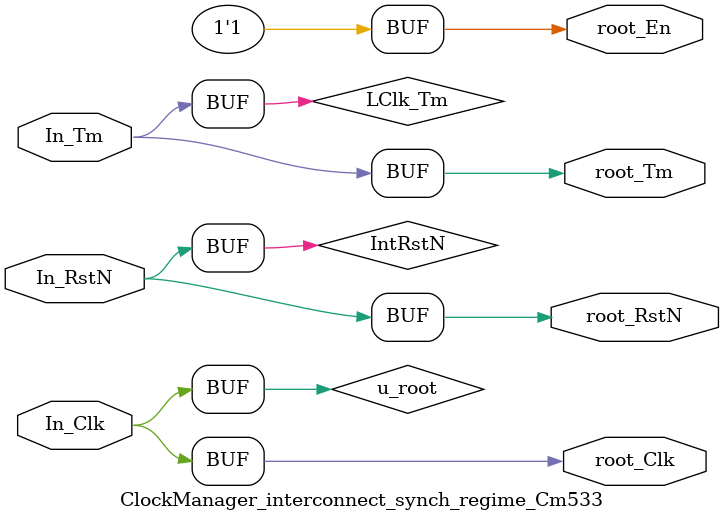
<source format=v>



// Generated by FlexNoC
// Tool Version 4.7.0
// Platform     centos:7
// Date         Tue Sep 13 13:44:24 2022


// FlexNoC version    : 4.7.0
// PDD File           : /home/aptashko/GEMINI/design/ip/FlexNoC/rsnoc_arch_edit.pdd
// Exported Structure : /Specification.Architecture.Structure
// ExportOption       : /verilog

`timescale 1ps/1ps
module ClockManager_fpga_regime_m0_Cm ( In_Clk , In_RstN , In_Tm , root_Clk , root_En , root_RstN , root_Tm );
	input   In_Clk    ;
	input   In_RstN   ;
	input   In_Tm     ;
	output  root_Clk  ;
	output  root_En   ;
	output  root_RstN ;
	output  root_Tm   ;
	wire  u_root  ;
	wire  IntRstN ;
	wire  LClk_Tm ;
	assign u_root = In_Clk;
	assign root_Clk = u_root;
	assign root_En = 1'b1;
	assign IntRstN = In_RstN;
	assign root_RstN = IntRstN;
	assign LClk_Tm = In_Tm;
	assign root_Tm = LClk_Tm;
endmodule



// FlexNoC version    : 4.7.0
// PDD File           : /home/aptashko/GEMINI/design/ip/FlexNoC/rsnoc_arch_edit.pdd
// Exported Structure : /Specification.Architecture.Structure
// ExportOption       : /verilog

`timescale 1ps/1ps
module ClockManager_fpga_regime_m1_Cm ( In_Clk , In_RstN , In_Tm , root_Clk , root_En , root_RstN , root_Tm );
	input   In_Clk    ;
	input   In_RstN   ;
	input   In_Tm     ;
	output  root_Clk  ;
	output  root_En   ;
	output  root_RstN ;
	output  root_Tm   ;
	wire  u_root  ;
	wire  IntRstN ;
	wire  LClk_Tm ;
	assign u_root = In_Clk;
	assign root_Clk = u_root;
	assign root_En = 1'b1;
	assign IntRstN = In_RstN;
	assign root_RstN = IntRstN;
	assign LClk_Tm = In_Tm;
	assign root_Tm = LClk_Tm;
endmodule



// FlexNoC version    : 4.7.0
// PDD File           : /home/aptashko/GEMINI/design/ip/FlexNoC/rsnoc_arch_edit.pdd
// Exported Structure : /Specification.Architecture.Structure
// ExportOption       : /verilog

`timescale 1ps/1ps
module ClockManager_fpga_regime_s0_Cm ( In_Clk , In_RstN , In_Tm , root_Clk , root_En , root_RstN , root_Tm );
	input   In_Clk    ;
	input   In_RstN   ;
	input   In_Tm     ;
	output  root_Clk  ;
	output  root_En   ;
	output  root_RstN ;
	output  root_Tm   ;
	wire  u_root  ;
	wire  IntRstN ;
	wire  LClk_Tm ;
	assign u_root = In_Clk;
	assign root_Clk = u_root;
	assign root_En = 1'b1;
	assign IntRstN = In_RstN;
	assign root_RstN = IntRstN;
	assign LClk_Tm = In_Tm;
	assign root_Tm = LClk_Tm;
endmodule



// FlexNoC version    : 4.7.0
// PDD File           : /home/aptashko/GEMINI/design/ip/FlexNoC/rsnoc_arch_edit.pdd
// Exported Structure : /Specification.Architecture.Structure
// ExportOption       : /verilog

`timescale 1ps/1ps
module ClockManager_interconnect_synch_regime_Cm133 ( In_Clk , In_RstN , In_Tm , In_root_Clk , root_Clk , root_En , root_RstN , root_Tm );
	input   In_Clk      ;
	input   In_RstN     ;
	input   In_Tm       ;
	input   In_root_Clk ;
	output  root_Clk    ;
	output  root_En     ;
	output  root_RstN   ;
	output  root_Tm     ;
	wire       u_root     ;
	reg  [2:0] uCnt_root  ;
	wire       uEn_root   ;
	reg        uTog0_root ;
	reg        uTog1_root ;
	wire       u_17       ;
	wire       u_17_RstN  ;
	wire       IntRstN    ;
	wire       LClk       ;
	wire       LClk_RstN  ;
	wire       LClk_Tm    ;
	reg        dontStop   ;
	assign u_root = In_root_Clk;
	assign root_Clk = u_root;
	assign LClk = In_Clk;
	assign IntRstN = In_RstN;
	assign LClk_RstN = IntRstN;
	assign uEn_root = uCnt_root == 3'b0;
	assign root_En = uEn_root;
	always @( posedge LClk or negedge LClk_RstN )
		if ( ! LClk_RstN )
			uCnt_root <= #1.0 ( 3'b011 );
		else	uCnt_root <= #1.0 ( ( uEn_root ? 3'b100 : uCnt_root ) - 3'b001 );
	assign root_RstN = IntRstN;
	assign LClk_Tm = In_Tm;
	assign root_Tm = LClk_Tm;
	assign u_17 = u_root;
	assign u_17_RstN = IntRstN;
		always @( posedge LClk or negedge LClk_RstN )
			if ( ! LClk_RstN )
				uTog0_root <= #1.0 ( 1'b0 );
			else if ( uEn_root )
				uTog0_root <= #1.0 ( ~ uTog0_root );
		always @( posedge u_17 or negedge u_17_RstN )
			if ( ! u_17_RstN )
				uTog1_root <= #1.0 ( 1'b0 );
			else	uTog1_root <= #1.0 ( ~ uTog1_root );
	// synopsys translate_off
	// synthesis translate_off
	always @( posedge u_17 )
		if ( u_17 == 1'b1 )
			if ( ~ ( ~ u_17_RstN ) & 1'b1 & ( ( uTog0_root ^ uTog1_root ) ) !== 1'b0 ) begin
				dontStop = 0;
				if ($value$plusargs("dontStopOnSimulError=%0b",dontStop)) ;
				if (!dontStop) begin
					$display("On instance %m :");
					$display( "SimulError: at %0t : %s" , $realtime , "The input divided clock In_root_Clk does not have a 4 ratio with the In_Clk, or the In_RstN is not synchronous with the In_root_Clk." );
					$stop;
				end
			end
	// synthesis translate_on
	// synopsys translate_on
	// synopsys translate_off
	// synthesis translate_off
	always @( posedge LClk )
		if ( LClk == 1'b1 )
			if ( ~ ( ~ LClk_RstN ) & 1'b1 & ( ( uTog0_root ^ uTog1_root ) ) !== 1'b0 ) begin
				dontStop = 0;
				if ($value$plusargs("dontStopOnSimulError=%0b",dontStop)) ;
				if (!dontStop) begin
					$display("On instance %m :");
					$display( "SimulError: at %0t : %s" , $realtime , "The input divided clock In_root_Clk does not have a 4 ratio with the In_Clk, or the In_RstN is not synchronous with the In_root_Clk." );
					$stop;
				end
			end
	// synthesis translate_on
	// synopsys translate_on
	endmodule



// FlexNoC version    : 4.7.0
// PDD File           : /home/aptashko/GEMINI/design/ip/FlexNoC/rsnoc_arch_edit.pdd
// Exported Structure : /Specification.Architecture.Structure
// ExportOption       : /verilog

`timescale 1ps/1ps
module ClockManager_interconnect_synch_regime_Cm266 ( In_Clk , In_RstN , In_Tm , In_root_Clk , root_Clk , root_En , root_RstN , root_Tm );
	input   In_Clk      ;
	input   In_RstN     ;
	input   In_Tm       ;
	input   In_root_Clk ;
	output  root_Clk    ;
	output  root_En     ;
	output  root_RstN   ;
	output  root_Tm     ;
	wire       u_root     ;
	reg  [1:0] uCnt_root  ;
	wire       uEn_root   ;
	reg        uTog0_root ;
	reg        uTog1_root ;
	wire       u_17       ;
	wire       u_17_RstN  ;
	wire       IntRstN    ;
	wire       LClk       ;
	wire       LClk_RstN  ;
	wire       LClk_Tm    ;
	reg        dontStop   ;
	assign u_root = In_root_Clk;
	assign root_Clk = u_root;
	assign LClk = In_Clk;
	assign IntRstN = In_RstN;
	assign LClk_RstN = IntRstN;
	assign uEn_root = uCnt_root == 2'b0;
	assign root_En = uEn_root;
	always @( posedge LClk or negedge LClk_RstN )
		if ( ! LClk_RstN )
			uCnt_root <= #1.0 ( 2'b01 );
		else	uCnt_root <= #1.0 ( ( uEn_root ? 2'b10 : uCnt_root ) - 2'b01 );
	assign root_RstN = IntRstN;
	assign LClk_Tm = In_Tm;
	assign root_Tm = LClk_Tm;
	assign u_17 = u_root;
	assign u_17_RstN = IntRstN;
		always @( posedge LClk or negedge LClk_RstN )
			if ( ! LClk_RstN )
				uTog0_root <= #1.0 ( 1'b0 );
			else if ( uEn_root )
				uTog0_root <= #1.0 ( ~ uTog0_root );
		always @( posedge u_17 or negedge u_17_RstN )
			if ( ! u_17_RstN )
				uTog1_root <= #1.0 ( 1'b0 );
			else	uTog1_root <= #1.0 ( ~ uTog1_root );
	// synopsys translate_off
	// synthesis translate_off
	always @( posedge u_17 )
		if ( u_17 == 1'b1 )
			if ( ~ ( ~ u_17_RstN ) & 1'b1 & ( ( uTog0_root ^ uTog1_root ) ) !== 1'b0 ) begin
				dontStop = 0;
				if ($value$plusargs("dontStopOnSimulError=%0b",dontStop)) ;
				if (!dontStop) begin
					$display("On instance %m :");
					$display( "SimulError: at %0t : %s" , $realtime , "The input divided clock In_root_Clk does not have a 2 ratio with the In_Clk, or the In_RstN is not synchronous with the In_root_Clk." );
					$stop;
				end
			end
	// synthesis translate_on
	// synopsys translate_on
	// synopsys translate_off
	// synthesis translate_off
	always @( posedge LClk )
		if ( LClk == 1'b1 )
			if ( ~ ( ~ LClk_RstN ) & 1'b1 & ( ( uTog0_root ^ uTog1_root ) ) !== 1'b0 ) begin
				dontStop = 0;
				if ($value$plusargs("dontStopOnSimulError=%0b",dontStop)) ;
				if (!dontStop) begin
					$display("On instance %m :");
					$display( "SimulError: at %0t : %s" , $realtime , "The input divided clock In_root_Clk does not have a 2 ratio with the In_Clk, or the In_RstN is not synchronous with the In_root_Clk." );
					$stop;
				end
			end
	// synthesis translate_on
	// synopsys translate_on
	endmodule



// FlexNoC version    : 4.7.0
// PDD File           : /home/aptashko/GEMINI/design/ip/FlexNoC/rsnoc_arch_edit.pdd
// Exported Structure : /Specification.Architecture.Structure
// ExportOption       : /verilog

`timescale 1ps/1ps
module ClockManager_interconnect_synch_regime_Cm533 ( In_Clk , In_RstN , In_Tm , root_Clk , root_En , root_RstN , root_Tm );
	input   In_Clk    ;
	input   In_RstN   ;
	input   In_Tm     ;
	output  root_Clk  ;
	output  root_En   ;
	output  root_RstN ;
	output  root_Tm   ;
	wire  u_root  ;
	wire  IntRstN ;
	wire  LClk_Tm ;
	assign u_root = In_Clk;
	assign root_Clk = u_root;
	assign root_En = 1'b1;
	assign IntRstN = In_RstN;
	assign root_RstN = IntRstN;
	assign LClk_Tm = In_Tm;
	assign root_Tm = LClk_Tm;
endmodule



</source>
